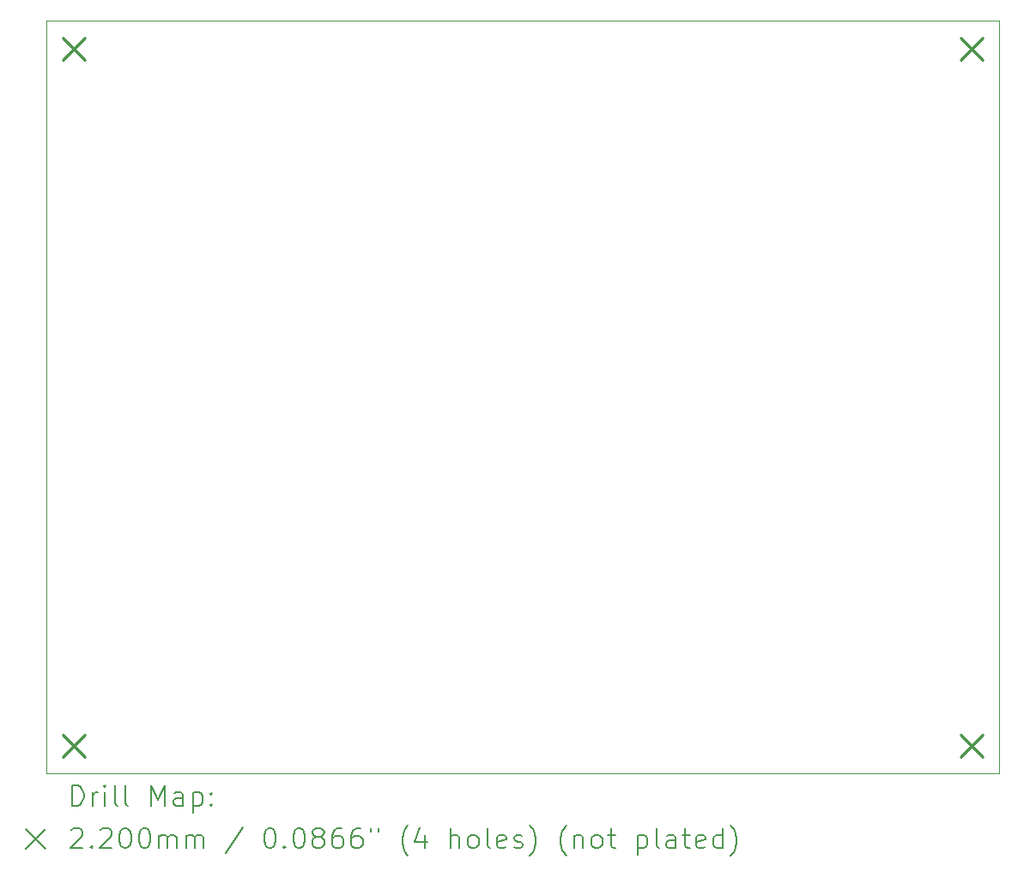
<source format=gbr>
%TF.GenerationSoftware,KiCad,Pcbnew,8.0.6*%
%TF.CreationDate,2024-11-17T19:47:22-05:00*%
%TF.ProjectId,STM32_KiCAD,53544d33-325f-44b6-9943-41442e6b6963,rev?*%
%TF.SameCoordinates,Original*%
%TF.FileFunction,Drillmap*%
%TF.FilePolarity,Positive*%
%FSLAX45Y45*%
G04 Gerber Fmt 4.5, Leading zero omitted, Abs format (unit mm)*
G04 Created by KiCad (PCBNEW 8.0.6) date 2024-11-17 19:47:22*
%MOMM*%
%LPD*%
G01*
G04 APERTURE LIST*
%ADD10C,0.100000*%
%ADD11C,0.200000*%
%ADD12C,0.220000*%
G04 APERTURE END LIST*
D10*
X9925000Y-5125000D02*
X19325000Y-5125000D01*
X19325000Y-12550000D01*
X9925000Y-12550000D01*
X9925000Y-5125000D01*
D11*
D12*
X10090000Y-5290000D02*
X10310000Y-5510000D01*
X10310000Y-5290000D02*
X10090000Y-5510000D01*
X10090000Y-12165000D02*
X10310000Y-12385000D01*
X10310000Y-12165000D02*
X10090000Y-12385000D01*
X18940000Y-5290000D02*
X19160000Y-5510000D01*
X19160000Y-5290000D02*
X18940000Y-5510000D01*
X18940000Y-12165000D02*
X19160000Y-12385000D01*
X19160000Y-12165000D02*
X18940000Y-12385000D01*
D11*
X10180777Y-12866484D02*
X10180777Y-12666484D01*
X10180777Y-12666484D02*
X10228396Y-12666484D01*
X10228396Y-12666484D02*
X10256967Y-12676008D01*
X10256967Y-12676008D02*
X10276015Y-12695055D01*
X10276015Y-12695055D02*
X10285539Y-12714103D01*
X10285539Y-12714103D02*
X10295063Y-12752198D01*
X10295063Y-12752198D02*
X10295063Y-12780769D01*
X10295063Y-12780769D02*
X10285539Y-12818865D01*
X10285539Y-12818865D02*
X10276015Y-12837912D01*
X10276015Y-12837912D02*
X10256967Y-12856960D01*
X10256967Y-12856960D02*
X10228396Y-12866484D01*
X10228396Y-12866484D02*
X10180777Y-12866484D01*
X10380777Y-12866484D02*
X10380777Y-12733150D01*
X10380777Y-12771246D02*
X10390301Y-12752198D01*
X10390301Y-12752198D02*
X10399824Y-12742674D01*
X10399824Y-12742674D02*
X10418872Y-12733150D01*
X10418872Y-12733150D02*
X10437920Y-12733150D01*
X10504586Y-12866484D02*
X10504586Y-12733150D01*
X10504586Y-12666484D02*
X10495063Y-12676008D01*
X10495063Y-12676008D02*
X10504586Y-12685531D01*
X10504586Y-12685531D02*
X10514110Y-12676008D01*
X10514110Y-12676008D02*
X10504586Y-12666484D01*
X10504586Y-12666484D02*
X10504586Y-12685531D01*
X10628396Y-12866484D02*
X10609348Y-12856960D01*
X10609348Y-12856960D02*
X10599824Y-12837912D01*
X10599824Y-12837912D02*
X10599824Y-12666484D01*
X10733158Y-12866484D02*
X10714110Y-12856960D01*
X10714110Y-12856960D02*
X10704586Y-12837912D01*
X10704586Y-12837912D02*
X10704586Y-12666484D01*
X10961729Y-12866484D02*
X10961729Y-12666484D01*
X10961729Y-12666484D02*
X11028396Y-12809341D01*
X11028396Y-12809341D02*
X11095063Y-12666484D01*
X11095063Y-12666484D02*
X11095063Y-12866484D01*
X11276015Y-12866484D02*
X11276015Y-12761722D01*
X11276015Y-12761722D02*
X11266491Y-12742674D01*
X11266491Y-12742674D02*
X11247443Y-12733150D01*
X11247443Y-12733150D02*
X11209348Y-12733150D01*
X11209348Y-12733150D02*
X11190301Y-12742674D01*
X11276015Y-12856960D02*
X11256967Y-12866484D01*
X11256967Y-12866484D02*
X11209348Y-12866484D01*
X11209348Y-12866484D02*
X11190301Y-12856960D01*
X11190301Y-12856960D02*
X11180777Y-12837912D01*
X11180777Y-12837912D02*
X11180777Y-12818865D01*
X11180777Y-12818865D02*
X11190301Y-12799817D01*
X11190301Y-12799817D02*
X11209348Y-12790293D01*
X11209348Y-12790293D02*
X11256967Y-12790293D01*
X11256967Y-12790293D02*
X11276015Y-12780769D01*
X11371253Y-12733150D02*
X11371253Y-12933150D01*
X11371253Y-12742674D02*
X11390301Y-12733150D01*
X11390301Y-12733150D02*
X11428396Y-12733150D01*
X11428396Y-12733150D02*
X11447443Y-12742674D01*
X11447443Y-12742674D02*
X11456967Y-12752198D01*
X11456967Y-12752198D02*
X11466491Y-12771246D01*
X11466491Y-12771246D02*
X11466491Y-12828388D01*
X11466491Y-12828388D02*
X11456967Y-12847436D01*
X11456967Y-12847436D02*
X11447443Y-12856960D01*
X11447443Y-12856960D02*
X11428396Y-12866484D01*
X11428396Y-12866484D02*
X11390301Y-12866484D01*
X11390301Y-12866484D02*
X11371253Y-12856960D01*
X11552205Y-12847436D02*
X11561729Y-12856960D01*
X11561729Y-12856960D02*
X11552205Y-12866484D01*
X11552205Y-12866484D02*
X11542682Y-12856960D01*
X11542682Y-12856960D02*
X11552205Y-12847436D01*
X11552205Y-12847436D02*
X11552205Y-12866484D01*
X11552205Y-12742674D02*
X11561729Y-12752198D01*
X11561729Y-12752198D02*
X11552205Y-12761722D01*
X11552205Y-12761722D02*
X11542682Y-12752198D01*
X11542682Y-12752198D02*
X11552205Y-12742674D01*
X11552205Y-12742674D02*
X11552205Y-12761722D01*
X9720000Y-13095000D02*
X9920000Y-13295000D01*
X9920000Y-13095000D02*
X9720000Y-13295000D01*
X10171253Y-13105531D02*
X10180777Y-13096008D01*
X10180777Y-13096008D02*
X10199824Y-13086484D01*
X10199824Y-13086484D02*
X10247444Y-13086484D01*
X10247444Y-13086484D02*
X10266491Y-13096008D01*
X10266491Y-13096008D02*
X10276015Y-13105531D01*
X10276015Y-13105531D02*
X10285539Y-13124579D01*
X10285539Y-13124579D02*
X10285539Y-13143627D01*
X10285539Y-13143627D02*
X10276015Y-13172198D01*
X10276015Y-13172198D02*
X10161729Y-13286484D01*
X10161729Y-13286484D02*
X10285539Y-13286484D01*
X10371253Y-13267436D02*
X10380777Y-13276960D01*
X10380777Y-13276960D02*
X10371253Y-13286484D01*
X10371253Y-13286484D02*
X10361729Y-13276960D01*
X10361729Y-13276960D02*
X10371253Y-13267436D01*
X10371253Y-13267436D02*
X10371253Y-13286484D01*
X10456967Y-13105531D02*
X10466491Y-13096008D01*
X10466491Y-13096008D02*
X10485539Y-13086484D01*
X10485539Y-13086484D02*
X10533158Y-13086484D01*
X10533158Y-13086484D02*
X10552205Y-13096008D01*
X10552205Y-13096008D02*
X10561729Y-13105531D01*
X10561729Y-13105531D02*
X10571253Y-13124579D01*
X10571253Y-13124579D02*
X10571253Y-13143627D01*
X10571253Y-13143627D02*
X10561729Y-13172198D01*
X10561729Y-13172198D02*
X10447444Y-13286484D01*
X10447444Y-13286484D02*
X10571253Y-13286484D01*
X10695063Y-13086484D02*
X10714110Y-13086484D01*
X10714110Y-13086484D02*
X10733158Y-13096008D01*
X10733158Y-13096008D02*
X10742682Y-13105531D01*
X10742682Y-13105531D02*
X10752205Y-13124579D01*
X10752205Y-13124579D02*
X10761729Y-13162674D01*
X10761729Y-13162674D02*
X10761729Y-13210293D01*
X10761729Y-13210293D02*
X10752205Y-13248388D01*
X10752205Y-13248388D02*
X10742682Y-13267436D01*
X10742682Y-13267436D02*
X10733158Y-13276960D01*
X10733158Y-13276960D02*
X10714110Y-13286484D01*
X10714110Y-13286484D02*
X10695063Y-13286484D01*
X10695063Y-13286484D02*
X10676015Y-13276960D01*
X10676015Y-13276960D02*
X10666491Y-13267436D01*
X10666491Y-13267436D02*
X10656967Y-13248388D01*
X10656967Y-13248388D02*
X10647444Y-13210293D01*
X10647444Y-13210293D02*
X10647444Y-13162674D01*
X10647444Y-13162674D02*
X10656967Y-13124579D01*
X10656967Y-13124579D02*
X10666491Y-13105531D01*
X10666491Y-13105531D02*
X10676015Y-13096008D01*
X10676015Y-13096008D02*
X10695063Y-13086484D01*
X10885539Y-13086484D02*
X10904586Y-13086484D01*
X10904586Y-13086484D02*
X10923634Y-13096008D01*
X10923634Y-13096008D02*
X10933158Y-13105531D01*
X10933158Y-13105531D02*
X10942682Y-13124579D01*
X10942682Y-13124579D02*
X10952205Y-13162674D01*
X10952205Y-13162674D02*
X10952205Y-13210293D01*
X10952205Y-13210293D02*
X10942682Y-13248388D01*
X10942682Y-13248388D02*
X10933158Y-13267436D01*
X10933158Y-13267436D02*
X10923634Y-13276960D01*
X10923634Y-13276960D02*
X10904586Y-13286484D01*
X10904586Y-13286484D02*
X10885539Y-13286484D01*
X10885539Y-13286484D02*
X10866491Y-13276960D01*
X10866491Y-13276960D02*
X10856967Y-13267436D01*
X10856967Y-13267436D02*
X10847444Y-13248388D01*
X10847444Y-13248388D02*
X10837920Y-13210293D01*
X10837920Y-13210293D02*
X10837920Y-13162674D01*
X10837920Y-13162674D02*
X10847444Y-13124579D01*
X10847444Y-13124579D02*
X10856967Y-13105531D01*
X10856967Y-13105531D02*
X10866491Y-13096008D01*
X10866491Y-13096008D02*
X10885539Y-13086484D01*
X11037920Y-13286484D02*
X11037920Y-13153150D01*
X11037920Y-13172198D02*
X11047444Y-13162674D01*
X11047444Y-13162674D02*
X11066491Y-13153150D01*
X11066491Y-13153150D02*
X11095063Y-13153150D01*
X11095063Y-13153150D02*
X11114110Y-13162674D01*
X11114110Y-13162674D02*
X11123634Y-13181722D01*
X11123634Y-13181722D02*
X11123634Y-13286484D01*
X11123634Y-13181722D02*
X11133158Y-13162674D01*
X11133158Y-13162674D02*
X11152205Y-13153150D01*
X11152205Y-13153150D02*
X11180777Y-13153150D01*
X11180777Y-13153150D02*
X11199824Y-13162674D01*
X11199824Y-13162674D02*
X11209348Y-13181722D01*
X11209348Y-13181722D02*
X11209348Y-13286484D01*
X11304586Y-13286484D02*
X11304586Y-13153150D01*
X11304586Y-13172198D02*
X11314110Y-13162674D01*
X11314110Y-13162674D02*
X11333158Y-13153150D01*
X11333158Y-13153150D02*
X11361729Y-13153150D01*
X11361729Y-13153150D02*
X11380777Y-13162674D01*
X11380777Y-13162674D02*
X11390301Y-13181722D01*
X11390301Y-13181722D02*
X11390301Y-13286484D01*
X11390301Y-13181722D02*
X11399824Y-13162674D01*
X11399824Y-13162674D02*
X11418872Y-13153150D01*
X11418872Y-13153150D02*
X11447443Y-13153150D01*
X11447443Y-13153150D02*
X11466491Y-13162674D01*
X11466491Y-13162674D02*
X11476015Y-13181722D01*
X11476015Y-13181722D02*
X11476015Y-13286484D01*
X11866491Y-13076960D02*
X11695063Y-13334103D01*
X12123634Y-13086484D02*
X12142682Y-13086484D01*
X12142682Y-13086484D02*
X12161729Y-13096008D01*
X12161729Y-13096008D02*
X12171253Y-13105531D01*
X12171253Y-13105531D02*
X12180777Y-13124579D01*
X12180777Y-13124579D02*
X12190301Y-13162674D01*
X12190301Y-13162674D02*
X12190301Y-13210293D01*
X12190301Y-13210293D02*
X12180777Y-13248388D01*
X12180777Y-13248388D02*
X12171253Y-13267436D01*
X12171253Y-13267436D02*
X12161729Y-13276960D01*
X12161729Y-13276960D02*
X12142682Y-13286484D01*
X12142682Y-13286484D02*
X12123634Y-13286484D01*
X12123634Y-13286484D02*
X12104586Y-13276960D01*
X12104586Y-13276960D02*
X12095063Y-13267436D01*
X12095063Y-13267436D02*
X12085539Y-13248388D01*
X12085539Y-13248388D02*
X12076015Y-13210293D01*
X12076015Y-13210293D02*
X12076015Y-13162674D01*
X12076015Y-13162674D02*
X12085539Y-13124579D01*
X12085539Y-13124579D02*
X12095063Y-13105531D01*
X12095063Y-13105531D02*
X12104586Y-13096008D01*
X12104586Y-13096008D02*
X12123634Y-13086484D01*
X12276015Y-13267436D02*
X12285539Y-13276960D01*
X12285539Y-13276960D02*
X12276015Y-13286484D01*
X12276015Y-13286484D02*
X12266491Y-13276960D01*
X12266491Y-13276960D02*
X12276015Y-13267436D01*
X12276015Y-13267436D02*
X12276015Y-13286484D01*
X12409348Y-13086484D02*
X12428396Y-13086484D01*
X12428396Y-13086484D02*
X12447444Y-13096008D01*
X12447444Y-13096008D02*
X12456967Y-13105531D01*
X12456967Y-13105531D02*
X12466491Y-13124579D01*
X12466491Y-13124579D02*
X12476015Y-13162674D01*
X12476015Y-13162674D02*
X12476015Y-13210293D01*
X12476015Y-13210293D02*
X12466491Y-13248388D01*
X12466491Y-13248388D02*
X12456967Y-13267436D01*
X12456967Y-13267436D02*
X12447444Y-13276960D01*
X12447444Y-13276960D02*
X12428396Y-13286484D01*
X12428396Y-13286484D02*
X12409348Y-13286484D01*
X12409348Y-13286484D02*
X12390301Y-13276960D01*
X12390301Y-13276960D02*
X12380777Y-13267436D01*
X12380777Y-13267436D02*
X12371253Y-13248388D01*
X12371253Y-13248388D02*
X12361729Y-13210293D01*
X12361729Y-13210293D02*
X12361729Y-13162674D01*
X12361729Y-13162674D02*
X12371253Y-13124579D01*
X12371253Y-13124579D02*
X12380777Y-13105531D01*
X12380777Y-13105531D02*
X12390301Y-13096008D01*
X12390301Y-13096008D02*
X12409348Y-13086484D01*
X12590301Y-13172198D02*
X12571253Y-13162674D01*
X12571253Y-13162674D02*
X12561729Y-13153150D01*
X12561729Y-13153150D02*
X12552206Y-13134103D01*
X12552206Y-13134103D02*
X12552206Y-13124579D01*
X12552206Y-13124579D02*
X12561729Y-13105531D01*
X12561729Y-13105531D02*
X12571253Y-13096008D01*
X12571253Y-13096008D02*
X12590301Y-13086484D01*
X12590301Y-13086484D02*
X12628396Y-13086484D01*
X12628396Y-13086484D02*
X12647444Y-13096008D01*
X12647444Y-13096008D02*
X12656967Y-13105531D01*
X12656967Y-13105531D02*
X12666491Y-13124579D01*
X12666491Y-13124579D02*
X12666491Y-13134103D01*
X12666491Y-13134103D02*
X12656967Y-13153150D01*
X12656967Y-13153150D02*
X12647444Y-13162674D01*
X12647444Y-13162674D02*
X12628396Y-13172198D01*
X12628396Y-13172198D02*
X12590301Y-13172198D01*
X12590301Y-13172198D02*
X12571253Y-13181722D01*
X12571253Y-13181722D02*
X12561729Y-13191246D01*
X12561729Y-13191246D02*
X12552206Y-13210293D01*
X12552206Y-13210293D02*
X12552206Y-13248388D01*
X12552206Y-13248388D02*
X12561729Y-13267436D01*
X12561729Y-13267436D02*
X12571253Y-13276960D01*
X12571253Y-13276960D02*
X12590301Y-13286484D01*
X12590301Y-13286484D02*
X12628396Y-13286484D01*
X12628396Y-13286484D02*
X12647444Y-13276960D01*
X12647444Y-13276960D02*
X12656967Y-13267436D01*
X12656967Y-13267436D02*
X12666491Y-13248388D01*
X12666491Y-13248388D02*
X12666491Y-13210293D01*
X12666491Y-13210293D02*
X12656967Y-13191246D01*
X12656967Y-13191246D02*
X12647444Y-13181722D01*
X12647444Y-13181722D02*
X12628396Y-13172198D01*
X12837920Y-13086484D02*
X12799825Y-13086484D01*
X12799825Y-13086484D02*
X12780777Y-13096008D01*
X12780777Y-13096008D02*
X12771253Y-13105531D01*
X12771253Y-13105531D02*
X12752206Y-13134103D01*
X12752206Y-13134103D02*
X12742682Y-13172198D01*
X12742682Y-13172198D02*
X12742682Y-13248388D01*
X12742682Y-13248388D02*
X12752206Y-13267436D01*
X12752206Y-13267436D02*
X12761729Y-13276960D01*
X12761729Y-13276960D02*
X12780777Y-13286484D01*
X12780777Y-13286484D02*
X12818872Y-13286484D01*
X12818872Y-13286484D02*
X12837920Y-13276960D01*
X12837920Y-13276960D02*
X12847444Y-13267436D01*
X12847444Y-13267436D02*
X12856967Y-13248388D01*
X12856967Y-13248388D02*
X12856967Y-13200769D01*
X12856967Y-13200769D02*
X12847444Y-13181722D01*
X12847444Y-13181722D02*
X12837920Y-13172198D01*
X12837920Y-13172198D02*
X12818872Y-13162674D01*
X12818872Y-13162674D02*
X12780777Y-13162674D01*
X12780777Y-13162674D02*
X12761729Y-13172198D01*
X12761729Y-13172198D02*
X12752206Y-13181722D01*
X12752206Y-13181722D02*
X12742682Y-13200769D01*
X13028396Y-13086484D02*
X12990301Y-13086484D01*
X12990301Y-13086484D02*
X12971253Y-13096008D01*
X12971253Y-13096008D02*
X12961729Y-13105531D01*
X12961729Y-13105531D02*
X12942682Y-13134103D01*
X12942682Y-13134103D02*
X12933158Y-13172198D01*
X12933158Y-13172198D02*
X12933158Y-13248388D01*
X12933158Y-13248388D02*
X12942682Y-13267436D01*
X12942682Y-13267436D02*
X12952206Y-13276960D01*
X12952206Y-13276960D02*
X12971253Y-13286484D01*
X12971253Y-13286484D02*
X13009348Y-13286484D01*
X13009348Y-13286484D02*
X13028396Y-13276960D01*
X13028396Y-13276960D02*
X13037920Y-13267436D01*
X13037920Y-13267436D02*
X13047444Y-13248388D01*
X13047444Y-13248388D02*
X13047444Y-13200769D01*
X13047444Y-13200769D02*
X13037920Y-13181722D01*
X13037920Y-13181722D02*
X13028396Y-13172198D01*
X13028396Y-13172198D02*
X13009348Y-13162674D01*
X13009348Y-13162674D02*
X12971253Y-13162674D01*
X12971253Y-13162674D02*
X12952206Y-13172198D01*
X12952206Y-13172198D02*
X12942682Y-13181722D01*
X12942682Y-13181722D02*
X12933158Y-13200769D01*
X13123634Y-13086484D02*
X13123634Y-13124579D01*
X13199825Y-13086484D02*
X13199825Y-13124579D01*
X13495063Y-13362674D02*
X13485539Y-13353150D01*
X13485539Y-13353150D02*
X13466491Y-13324579D01*
X13466491Y-13324579D02*
X13456968Y-13305531D01*
X13456968Y-13305531D02*
X13447444Y-13276960D01*
X13447444Y-13276960D02*
X13437920Y-13229341D01*
X13437920Y-13229341D02*
X13437920Y-13191246D01*
X13437920Y-13191246D02*
X13447444Y-13143627D01*
X13447444Y-13143627D02*
X13456968Y-13115055D01*
X13456968Y-13115055D02*
X13466491Y-13096008D01*
X13466491Y-13096008D02*
X13485539Y-13067436D01*
X13485539Y-13067436D02*
X13495063Y-13057912D01*
X13656968Y-13153150D02*
X13656968Y-13286484D01*
X13609348Y-13076960D02*
X13561729Y-13219817D01*
X13561729Y-13219817D02*
X13685539Y-13219817D01*
X13914110Y-13286484D02*
X13914110Y-13086484D01*
X13999825Y-13286484D02*
X13999825Y-13181722D01*
X13999825Y-13181722D02*
X13990301Y-13162674D01*
X13990301Y-13162674D02*
X13971253Y-13153150D01*
X13971253Y-13153150D02*
X13942682Y-13153150D01*
X13942682Y-13153150D02*
X13923634Y-13162674D01*
X13923634Y-13162674D02*
X13914110Y-13172198D01*
X14123634Y-13286484D02*
X14104587Y-13276960D01*
X14104587Y-13276960D02*
X14095063Y-13267436D01*
X14095063Y-13267436D02*
X14085539Y-13248388D01*
X14085539Y-13248388D02*
X14085539Y-13191246D01*
X14085539Y-13191246D02*
X14095063Y-13172198D01*
X14095063Y-13172198D02*
X14104587Y-13162674D01*
X14104587Y-13162674D02*
X14123634Y-13153150D01*
X14123634Y-13153150D02*
X14152206Y-13153150D01*
X14152206Y-13153150D02*
X14171253Y-13162674D01*
X14171253Y-13162674D02*
X14180777Y-13172198D01*
X14180777Y-13172198D02*
X14190301Y-13191246D01*
X14190301Y-13191246D02*
X14190301Y-13248388D01*
X14190301Y-13248388D02*
X14180777Y-13267436D01*
X14180777Y-13267436D02*
X14171253Y-13276960D01*
X14171253Y-13276960D02*
X14152206Y-13286484D01*
X14152206Y-13286484D02*
X14123634Y-13286484D01*
X14304587Y-13286484D02*
X14285539Y-13276960D01*
X14285539Y-13276960D02*
X14276015Y-13257912D01*
X14276015Y-13257912D02*
X14276015Y-13086484D01*
X14456968Y-13276960D02*
X14437920Y-13286484D01*
X14437920Y-13286484D02*
X14399825Y-13286484D01*
X14399825Y-13286484D02*
X14380777Y-13276960D01*
X14380777Y-13276960D02*
X14371253Y-13257912D01*
X14371253Y-13257912D02*
X14371253Y-13181722D01*
X14371253Y-13181722D02*
X14380777Y-13162674D01*
X14380777Y-13162674D02*
X14399825Y-13153150D01*
X14399825Y-13153150D02*
X14437920Y-13153150D01*
X14437920Y-13153150D02*
X14456968Y-13162674D01*
X14456968Y-13162674D02*
X14466491Y-13181722D01*
X14466491Y-13181722D02*
X14466491Y-13200769D01*
X14466491Y-13200769D02*
X14371253Y-13219817D01*
X14542682Y-13276960D02*
X14561730Y-13286484D01*
X14561730Y-13286484D02*
X14599825Y-13286484D01*
X14599825Y-13286484D02*
X14618872Y-13276960D01*
X14618872Y-13276960D02*
X14628396Y-13257912D01*
X14628396Y-13257912D02*
X14628396Y-13248388D01*
X14628396Y-13248388D02*
X14618872Y-13229341D01*
X14618872Y-13229341D02*
X14599825Y-13219817D01*
X14599825Y-13219817D02*
X14571253Y-13219817D01*
X14571253Y-13219817D02*
X14552206Y-13210293D01*
X14552206Y-13210293D02*
X14542682Y-13191246D01*
X14542682Y-13191246D02*
X14542682Y-13181722D01*
X14542682Y-13181722D02*
X14552206Y-13162674D01*
X14552206Y-13162674D02*
X14571253Y-13153150D01*
X14571253Y-13153150D02*
X14599825Y-13153150D01*
X14599825Y-13153150D02*
X14618872Y-13162674D01*
X14695063Y-13362674D02*
X14704587Y-13353150D01*
X14704587Y-13353150D02*
X14723634Y-13324579D01*
X14723634Y-13324579D02*
X14733158Y-13305531D01*
X14733158Y-13305531D02*
X14742682Y-13276960D01*
X14742682Y-13276960D02*
X14752206Y-13229341D01*
X14752206Y-13229341D02*
X14752206Y-13191246D01*
X14752206Y-13191246D02*
X14742682Y-13143627D01*
X14742682Y-13143627D02*
X14733158Y-13115055D01*
X14733158Y-13115055D02*
X14723634Y-13096008D01*
X14723634Y-13096008D02*
X14704587Y-13067436D01*
X14704587Y-13067436D02*
X14695063Y-13057912D01*
X15056968Y-13362674D02*
X15047444Y-13353150D01*
X15047444Y-13353150D02*
X15028396Y-13324579D01*
X15028396Y-13324579D02*
X15018872Y-13305531D01*
X15018872Y-13305531D02*
X15009349Y-13276960D01*
X15009349Y-13276960D02*
X14999825Y-13229341D01*
X14999825Y-13229341D02*
X14999825Y-13191246D01*
X14999825Y-13191246D02*
X15009349Y-13143627D01*
X15009349Y-13143627D02*
X15018872Y-13115055D01*
X15018872Y-13115055D02*
X15028396Y-13096008D01*
X15028396Y-13096008D02*
X15047444Y-13067436D01*
X15047444Y-13067436D02*
X15056968Y-13057912D01*
X15133158Y-13153150D02*
X15133158Y-13286484D01*
X15133158Y-13172198D02*
X15142682Y-13162674D01*
X15142682Y-13162674D02*
X15161730Y-13153150D01*
X15161730Y-13153150D02*
X15190301Y-13153150D01*
X15190301Y-13153150D02*
X15209349Y-13162674D01*
X15209349Y-13162674D02*
X15218872Y-13181722D01*
X15218872Y-13181722D02*
X15218872Y-13286484D01*
X15342682Y-13286484D02*
X15323634Y-13276960D01*
X15323634Y-13276960D02*
X15314111Y-13267436D01*
X15314111Y-13267436D02*
X15304587Y-13248388D01*
X15304587Y-13248388D02*
X15304587Y-13191246D01*
X15304587Y-13191246D02*
X15314111Y-13172198D01*
X15314111Y-13172198D02*
X15323634Y-13162674D01*
X15323634Y-13162674D02*
X15342682Y-13153150D01*
X15342682Y-13153150D02*
X15371253Y-13153150D01*
X15371253Y-13153150D02*
X15390301Y-13162674D01*
X15390301Y-13162674D02*
X15399825Y-13172198D01*
X15399825Y-13172198D02*
X15409349Y-13191246D01*
X15409349Y-13191246D02*
X15409349Y-13248388D01*
X15409349Y-13248388D02*
X15399825Y-13267436D01*
X15399825Y-13267436D02*
X15390301Y-13276960D01*
X15390301Y-13276960D02*
X15371253Y-13286484D01*
X15371253Y-13286484D02*
X15342682Y-13286484D01*
X15466492Y-13153150D02*
X15542682Y-13153150D01*
X15495063Y-13086484D02*
X15495063Y-13257912D01*
X15495063Y-13257912D02*
X15504587Y-13276960D01*
X15504587Y-13276960D02*
X15523634Y-13286484D01*
X15523634Y-13286484D02*
X15542682Y-13286484D01*
X15761730Y-13153150D02*
X15761730Y-13353150D01*
X15761730Y-13162674D02*
X15780777Y-13153150D01*
X15780777Y-13153150D02*
X15818873Y-13153150D01*
X15818873Y-13153150D02*
X15837920Y-13162674D01*
X15837920Y-13162674D02*
X15847444Y-13172198D01*
X15847444Y-13172198D02*
X15856968Y-13191246D01*
X15856968Y-13191246D02*
X15856968Y-13248388D01*
X15856968Y-13248388D02*
X15847444Y-13267436D01*
X15847444Y-13267436D02*
X15837920Y-13276960D01*
X15837920Y-13276960D02*
X15818873Y-13286484D01*
X15818873Y-13286484D02*
X15780777Y-13286484D01*
X15780777Y-13286484D02*
X15761730Y-13276960D01*
X15971253Y-13286484D02*
X15952206Y-13276960D01*
X15952206Y-13276960D02*
X15942682Y-13257912D01*
X15942682Y-13257912D02*
X15942682Y-13086484D01*
X16133158Y-13286484D02*
X16133158Y-13181722D01*
X16133158Y-13181722D02*
X16123634Y-13162674D01*
X16123634Y-13162674D02*
X16104587Y-13153150D01*
X16104587Y-13153150D02*
X16066492Y-13153150D01*
X16066492Y-13153150D02*
X16047444Y-13162674D01*
X16133158Y-13276960D02*
X16114111Y-13286484D01*
X16114111Y-13286484D02*
X16066492Y-13286484D01*
X16066492Y-13286484D02*
X16047444Y-13276960D01*
X16047444Y-13276960D02*
X16037920Y-13257912D01*
X16037920Y-13257912D02*
X16037920Y-13238865D01*
X16037920Y-13238865D02*
X16047444Y-13219817D01*
X16047444Y-13219817D02*
X16066492Y-13210293D01*
X16066492Y-13210293D02*
X16114111Y-13210293D01*
X16114111Y-13210293D02*
X16133158Y-13200769D01*
X16199825Y-13153150D02*
X16276015Y-13153150D01*
X16228396Y-13086484D02*
X16228396Y-13257912D01*
X16228396Y-13257912D02*
X16237920Y-13276960D01*
X16237920Y-13276960D02*
X16256968Y-13286484D01*
X16256968Y-13286484D02*
X16276015Y-13286484D01*
X16418873Y-13276960D02*
X16399825Y-13286484D01*
X16399825Y-13286484D02*
X16361730Y-13286484D01*
X16361730Y-13286484D02*
X16342682Y-13276960D01*
X16342682Y-13276960D02*
X16333158Y-13257912D01*
X16333158Y-13257912D02*
X16333158Y-13181722D01*
X16333158Y-13181722D02*
X16342682Y-13162674D01*
X16342682Y-13162674D02*
X16361730Y-13153150D01*
X16361730Y-13153150D02*
X16399825Y-13153150D01*
X16399825Y-13153150D02*
X16418873Y-13162674D01*
X16418873Y-13162674D02*
X16428396Y-13181722D01*
X16428396Y-13181722D02*
X16428396Y-13200769D01*
X16428396Y-13200769D02*
X16333158Y-13219817D01*
X16599825Y-13286484D02*
X16599825Y-13086484D01*
X16599825Y-13276960D02*
X16580777Y-13286484D01*
X16580777Y-13286484D02*
X16542682Y-13286484D01*
X16542682Y-13286484D02*
X16523634Y-13276960D01*
X16523634Y-13276960D02*
X16514111Y-13267436D01*
X16514111Y-13267436D02*
X16504587Y-13248388D01*
X16504587Y-13248388D02*
X16504587Y-13191246D01*
X16504587Y-13191246D02*
X16514111Y-13172198D01*
X16514111Y-13172198D02*
X16523634Y-13162674D01*
X16523634Y-13162674D02*
X16542682Y-13153150D01*
X16542682Y-13153150D02*
X16580777Y-13153150D01*
X16580777Y-13153150D02*
X16599825Y-13162674D01*
X16676015Y-13362674D02*
X16685539Y-13353150D01*
X16685539Y-13353150D02*
X16704587Y-13324579D01*
X16704587Y-13324579D02*
X16714111Y-13305531D01*
X16714111Y-13305531D02*
X16723634Y-13276960D01*
X16723634Y-13276960D02*
X16733158Y-13229341D01*
X16733158Y-13229341D02*
X16733158Y-13191246D01*
X16733158Y-13191246D02*
X16723634Y-13143627D01*
X16723634Y-13143627D02*
X16714111Y-13115055D01*
X16714111Y-13115055D02*
X16704587Y-13096008D01*
X16704587Y-13096008D02*
X16685539Y-13067436D01*
X16685539Y-13067436D02*
X16676015Y-13057912D01*
M02*

</source>
